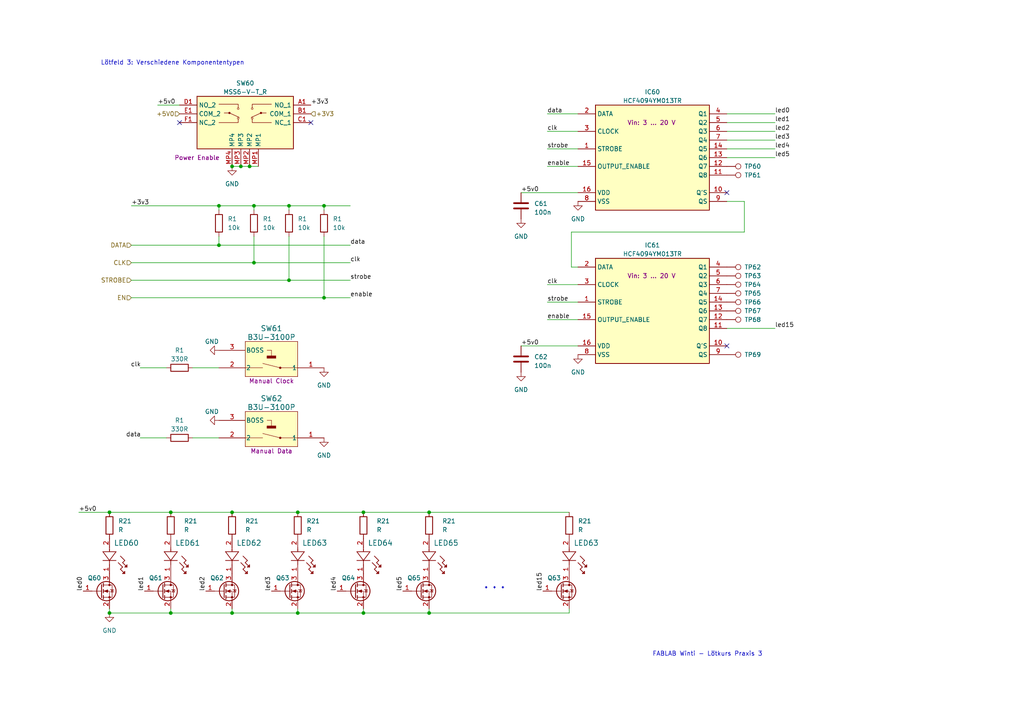
<source format=kicad_sch>
(kicad_sch (version 20230121) (generator eeschema)
  (paper "A4")
  (lib_symbols
    (symbol "B3U-3100P_1" (pin_names (offset 0.254))
      (property "Reference" "SW" (at 15.24 12.446 0))
      (property "Value" "B3U-3100P" (at 15.24 10.16 0))
      (symbol "B3U-3100P_1_0_1"
        (polyline (pts (xy 7.62 0) (xy 12.7 0)) (stroke (width 0.127)))
        (polyline (pts (xy 12.7 0) (xy 17.78 1.27)) (stroke (width 0.127)))
        (polyline (pts (xy 13.97 2.794) (xy 13.97 3.429)) (stroke (width 0.127)))
        (polyline (pts (xy 13.97 3.429) (xy 16.51 3.429)) (stroke (width 0.127)))
        (polyline (pts (xy 15.24 5.08) (xy 15.24 3.302)) (stroke (width 0.127)))
        (polyline (pts (xy 15.24 5.08) (xy 16.51 5.08)) (stroke (width 0.127)))
        (polyline (pts (xy 16.51 2.794) (xy 13.97 2.794)) (stroke (width 0.127)))
        (polyline (pts (xy 16.51 3.429) (xy 16.51 2.794)) (stroke (width 0.127)))
        (polyline (pts (xy 17.78 0) (xy 22.86 0)) (stroke (width 0.127)))
        (polyline (pts (xy 13.97 3.429) (xy 16.51 3.429) (xy 16.51 2.794) (xy 13.97 2.794)) (fill (type outline)))
        (pin unspecified line (at 0 0 0) (length 7.62) (name "1") (number "1"))
      )
      (symbol "B3U-3100P_1_1_1"
        (rectangle (start 7.62 7.62) (end 22.86 -2.54) (fill (type background)))
        (circle (center 12.7 0) (radius 0.254) (fill (type outline)))
        (pin unspecified line (at 30.48 0 180) (length 7.62) (name "2") (number "2"))
        (pin free line (at 30.48 5.08 180) (length 7.62) (name "BOSS") (number "3"))
      )
    )
    (symbol "Connector:TestPoint" (pin_numbers hide) (pin_names (offset 0.762) hide)
      (property "Reference" "TP" (at 0 6.858 0))
      (property "Value" "TestPoint" (at 0 5.08 0))
      (symbol "TestPoint_0_1"
        (circle (center 0 3.302) (radius 0.762))
      )
      (symbol "TestPoint_1_1"
        (pin passive line (at 0 0 90) (length 2.54) (name "1") (number "1"))
      )
    )
    (symbol "Device:C" (pin_numbers hide) (pin_names (offset 0.254))
      (property "Reference" "C" (at 0.635 2.54 0))
      (property "Value" "C" (at 0.635 -2.54 0))
      (symbol "C_0_1"
        (polyline (pts (xy -2.032 -0.762) (xy 2.032 -0.762)) (stroke (width 0.508)))
        (polyline (pts (xy -2.032 0.762) (xy 2.032 0.762)) (stroke (width 0.508)))
      )
      (symbol "C_1_1"
        (pin passive line (at 0 3.81 270) (length 2.794) (name "~") (number "1"))
        (pin passive line (at 0 -3.81 90) (length 2.794) (name "~") (number "2"))
      )
    )
    (symbol "Device:R" (pin_numbers hide) (pin_names (offset 0))
      (property "Reference" "R" (at 2.032 0 90))
      (property "Value" "R" (at 0 0 90))
      (symbol "R_0_1"
        (rectangle (start -1.016 -2.54) (end 1.016 2.54) (stroke (width 0.254)))
      )
      (symbol "R_1_1"
        (pin passive line (at 0 3.81 270) (length 1.27) (name "~") (number "1"))
        (pin passive line (at 0 -3.81 90) (length 1.27) (name "~") (number "2"))
      )
    )
    (symbol "FabLabWintiLibrary:SML-LX1206SIC-TR" (pin_names (offset 0.254))
      (property "Reference" "LED" (at 5.08 -4.445 0))
      (property "Value" "SML-LX1206SIC-TR" (at 5.08 -7.62 0))
      (symbol "SML-LX1206SIC-TR_1_1"
        (polyline (pts (xy 2.54 0) (xy 3.4798 0)) (stroke (width 0.2032)))
        (polyline (pts (xy 3.175 0) (xy 3.81 0)) (stroke (width 0.2032)))
        (polyline (pts (xy 3.81 -1.905) (xy 6.35 0)) (stroke (width 0.2032)))
        (polyline (pts (xy 3.81 1.905) (xy 3.81 -1.905)) (stroke (width 0.2032)))
        (polyline (pts (xy 5.08 3.175) (xy 6.35 4.445)) (stroke (width 0.2032)))
        (polyline (pts (xy 6.35 -1.905) (xy 6.35 1.905)) (stroke (width 0.2032)))
        (polyline (pts (xy 6.35 0) (xy 3.81 1.905)) (stroke (width 0.2032)))
        (polyline (pts (xy 6.35 0) (xy 7.62 0)) (stroke (width 0.2032)))
        (polyline (pts (xy 6.35 4.445) (xy 6.985 3.81)) (stroke (width 0.2032)))
        (polyline (pts (xy 6.985 2.54) (xy 8.255 3.81)) (stroke (width 0.2032)))
        (polyline (pts (xy 6.985 3.81) (xy 8.255 5.08)) (stroke (width 0.2032)))
        (polyline (pts (xy 7.62 5.08) (xy 8.255 4.445)) (stroke (width 0.2032)))
        (polyline (pts (xy 8.255 3.81) (xy 8.89 3.175)) (stroke (width 0.2032)))
        (polyline (pts (xy 8.255 4.445) (xy 8.255 5.08)) (stroke (width 0.2032)))
        (polyline (pts (xy 8.255 5.08) (xy 7.62 5.08)) (stroke (width 0.2032)))
        (polyline (pts (xy 8.89 3.175) (xy 10.16 4.445)) (stroke (width 0.2032)))
        (polyline (pts (xy 9.525 4.445) (xy 10.16 3.81)) (stroke (width 0.2032)))
        (polyline (pts (xy 10.16 3.81) (xy 10.16 4.445)) (stroke (width 0.2032)))
        (polyline (pts (xy 10.16 4.445) (xy 9.525 4.445)) (stroke (width 0.2032)))
        (pin unspecified line (at 10.16 0 180) (length 2.54) (name "") (number "1"))
        (pin unspecified line (at 0 0 0) (length 2.54) (name "") (number "2"))
      )
      (symbol "SML-LX1206SIC-TR_1_2"
        (polyline (pts (xy -5.08 7.62) (xy -4.445 8.255)) (stroke (width 0.2032)))
        (polyline (pts (xy -5.08 8.255) (xy -5.08 7.62)) (stroke (width 0.2032)))
        (polyline (pts (xy -4.445 6.35) (xy -3.81 6.985)) (stroke (width 0.2032)))
        (polyline (pts (xy -4.445 8.255) (xy -5.08 8.255)) (stroke (width 0.2032)))
        (polyline (pts (xy -4.445 9.525) (xy -3.81 10.16)) (stroke (width 0.2032)))
        (polyline (pts (xy -4.445 10.16) (xy -4.445 9.525)) (stroke (width 0.2032)))
        (polyline (pts (xy -3.81 6.985) (xy -5.08 8.255)) (stroke (width 0.2032)))
        (polyline (pts (xy -3.81 8.255) (xy -3.175 8.89)) (stroke (width 0.2032)))
        (polyline (pts (xy -3.81 10.16) (xy -4.445 10.16)) (stroke (width 0.2032)))
        (polyline (pts (xy -3.175 5.08) (xy -4.445 6.35)) (stroke (width 0.2032)))
        (polyline (pts (xy -3.175 8.89) (xy -4.445 10.16)) (stroke (width 0.2032)))
        (polyline (pts (xy -2.54 6.985) (xy -3.81 8.255)) (stroke (width 0.2032)))
        (polyline (pts (xy -1.905 3.81) (xy 1.905 3.81)) (stroke (width 0.2032)))
        (polyline (pts (xy 0 2.54) (xy 0 3.4798)) (stroke (width 0.2032)))
        (polyline (pts (xy 0 3.175) (xy 0 3.81)) (stroke (width 0.2032)))
        (polyline (pts (xy 0 6.35) (xy -1.905 3.81)) (stroke (width 0.2032)))
        (polyline (pts (xy 0 6.35) (xy 0 7.62)) (stroke (width 0.2032)))
        (polyline (pts (xy 1.905 3.81) (xy 0 6.35)) (stroke (width 0.2032)))
        (polyline (pts (xy 1.905 6.35) (xy -1.905 6.35)) (stroke (width 0.2032)))
        (pin unspecified line (at 0 10.16 270) (length 2.54) (name "") (number "1"))
        (pin unspecified line (at 0 0 90) (length 2.54) (name "") (number "2"))
      )
    )
    (symbol "HCF4094YM013TR_1"
      (property "Reference" "IC" (at 4.826 7.62 0))
      (property "Value" "HCF4094YM013TR" (at 4.826 5.334 0))
      (property "Voltage" "Vin: 3 ... 20 V" (at 21.336 -2.54 0))
      (symbol "HCF4094YM013TR_1_1_1"
        (rectangle (start 5.08 2.54) (end 38.1 -27.94) (stroke (width 0.254)) (fill (type background)))
        (pin input line (at 0 -10.16 0) (length 5.08) (name "STROBE") (number "1"))
        (pin output line (at 43.18 -22.86 180) (length 5.08) (name "Q'S") (number "10"))
        (pin output line (at 43.18 -17.78 180) (length 5.08) (name "Q8") (number "11"))
        (pin output line (at 43.18 -15.24 180) (length 5.08) (name "Q7") (number "12"))
        (pin output line (at 43.18 -12.7 180) (length 5.08) (name "Q6") (number "13"))
        (pin output line (at 43.18 -10.16 180) (length 5.08) (name "Q5") (number "14"))
        (pin input line (at 0 -15.24 0) (length 5.08) (name "OUTPUT_ENABLE") (number "15"))
        (pin power_in line (at 0 -22.86 0) (length 5.08) (name "VDD") (number "16"))
        (pin input line (at 0 0 0) (length 5.08) (name "DATA") (number "2"))
        (pin input line (at 0 -5.08 0) (length 5.08) (name "CLOCK") (number "3"))
        (pin output line (at 43.18 0 180) (length 5.08) (name "Q1") (number "4"))
        (pin output line (at 43.18 -2.54 180) (length 5.08) (name "Q2") (number "5"))
        (pin output line (at 43.18 -5.08 180) (length 5.08) (name "Q3") (number "6"))
        (pin output line (at 43.18 -7.62 180) (length 5.08) (name "Q4") (number "7"))
        (pin passive line (at 0 -25.4 0) (length 5.08) (name "VSS") (number "8"))
        (pin output line (at 43.18 -25.4 180) (length 5.08) (name "QS") (number "9"))
      )
    )
    (symbol "NiksKiCadLibrary:B3U-3100P" (pin_names (offset 0.254))
      (property "Reference" "SW" (at 15.24 12.446 0))
      (property "Value" "B3U-3100P" (at 15.24 10.16 0))
      (symbol "B3U-3100P_0_1"
        (polyline (pts (xy 7.62 0) (xy 12.7 0)) (stroke (width 0.127)))
        (polyline (pts (xy 12.7 0) (xy 17.78 1.27)) (stroke (width 0.127)))
        (polyline (pts (xy 13.97 2.794) (xy 13.97 3.429)) (stroke (width 0.127)))
        (polyline (pts (xy 13.97 3.429) (xy 16.51 3.429)) (stroke (width 0.127)))
        (polyline (pts (xy 15.24 5.08) (xy 15.24 3.302)) (stroke (width 0.127)))
        (polyline (pts (xy 15.24 5.08) (xy 16.51 5.08)) (stroke (width 0.127)))
        (polyline (pts (xy 16.51 2.794) (xy 13.97 2.794)) (stroke (width 0.127)))
        (polyline (pts (xy 16.51 3.429) (xy 16.51 2.794)) (stroke (width 0.127)))
        (polyline (pts (xy 17.78 0) (xy 22.86 0)) (stroke (width 0.127)))
        (polyline (pts (xy 13.97 3.429) (xy 16.51 3.429) (xy 16.51 2.794) (xy 13.97 2.794)) (fill (type outline)))
        (pin unspecified line (at 0 0 0) (length 7.62) (name "1") (number "1"))
      )
      (symbol "B3U-3100P_1_1"
        (rectangle (start 7.62 7.62) (end 22.86 -2.54) (fill (type background)))
        (circle (center 12.7 0) (radius 0.254) (fill (type outline)))
        (pin unspecified line (at 30.48 0 180) (length 7.62) (name "2") (number "2"))
        (pin free line (at 30.48 5.08 180) (length 7.62) (name "BOSS") (number "3"))
      )
    )
    (symbol "NiksKiCadLibrary:HCF4094YM013TR"
      (property "Reference" "IC" (at 4.826 7.62 0))
      (property "Value" "HCF4094YM013TR" (at 4.826 5.334 0))
      (property "Voltage" "Vin: 3 ... 20 V" (at 21.336 -2.54 0))
      (symbol "HCF4094YM013TR_1_1"
        (rectangle (start 5.08 2.54) (end 38.1 -27.94) (stroke (width 0.254)) (fill (type background)))
        (pin input line (at 0 -10.16 0) (length 5.08) (name "STROBE") (number "1"))
        (pin output line (at 43.18 -22.86 180) (length 5.08) (name "Q'S") (number "10"))
        (pin output line (at 43.18 -17.78 180) (length 5.08) (name "Q8") (number "11"))
        (pin output line (at 43.18 -15.24 180) (length 5.08) (name "Q7") (number "12"))
        (pin output line (at 43.18 -12.7 180) (length 5.08) (name "Q6") (number "13"))
        (pin output line (at 43.18 -10.16 180) (length 5.08) (name "Q5") (number "14"))
        (pin input line (at 0 -15.24 0) (length 5.08) (name "OUTPUT_ENABLE") (number "15"))
        (pin power_in line (at 0 -22.86 0) (length 5.08) (name "VDD") (number "16"))
        (pin input line (at 0 0 0) (length 5.08) (name "DATA") (number "2"))
        (pin input line (at 0 -5.08 0) (length 5.08) (name "CLOCK") (number "3"))
        (pin output line (at 43.18 0 180) (length 5.08) (name "Q1") (number "4"))
        (pin output line (at 43.18 -2.54 180) (length 5.08) (name "Q2") (number "5"))
        (pin output line (at 43.18 -5.08 180) (length 5.08) (name "Q3") (number "6"))
        (pin output line (at 43.18 -7.62 180) (length 5.08) (name "Q4") (number "7"))
        (pin passive line (at 0 -25.4 0) (length 5.08) (name "VSS") (number "8"))
        (pin output line (at 43.18 -25.4 180) (length 5.08) (name "QS") (number "9"))
      )
    )
    (symbol "NiksKiCadLibrary:MSS6-V-T_R"
      (property "Reference" "S" (at 5.334 4.826 0))
      (property "Value" "MSS6-V-T_R" (at 5.334 7.112 0))
      (symbol "MSS6-V-T_R_0_1"
        (polyline (pts (xy 14.478 -2.286) (xy 17.272 -3.556)))
        (polyline (pts (xy 23.622 -2.286) (xy 20.828 -3.556)))
        (polyline (pts (xy 11.43 -5.08) (xy 17.018 -5.08) (xy 17.018 -4.064)))
        (polyline (pts (xy 11.43 0.254) (xy 17.018 0.254) (xy 17.018 -0.762)))
        (polyline (pts (xy 12.954 -2.286) (xy 14.224 -2.286) (xy 14.224 -2.286)))
        (polyline (pts (xy 25.146 -2.286) (xy 23.876 -2.286) (xy 23.876 -2.286)))
        (polyline (pts (xy 26.67 -5.08) (xy 21.082 -5.08) (xy 21.082 -4.064)))
        (polyline (pts (xy 26.67 0.254) (xy 21.082 0.254) (xy 21.082 -0.762)))
        (circle (center 17.018 -3.81) (radius 0.254) (stroke (width 0.127)))
        (circle (center 17.018 -1.016) (radius 0.254) (stroke (width 0.127)))
        (circle (center 21.082 -3.81) (radius 0.254) (stroke (width 0.127)))
        (circle (center 21.082 -1.016) (radius 0.254) (stroke (width 0.127)))
      )
      (symbol "MSS6-V-T_R_1_1"
        (rectangle (start 5.08 2.54) (end 33.02 -12.7) (stroke (width 0.254)) (fill (type background)))
        (circle (center 14.478 -2.286) (radius 0.254) (stroke (width 0.127)) (fill (type outline)))
        (circle (center 23.622 -2.286) (radius 0.254) (stroke (width 0.127)) (fill (type outline)))
        (pin passive line (at 38.1 0 180) (length 5.08) (name "NO_1") (number "A1"))
        (pin passive line (at 38.1 -2.54 180) (length 5.08) (name "COM_1") (number "B1"))
        (pin passive line (at 38.1 -5.08 180) (length 5.08) (name "NC_1") (number "C1"))
        (pin passive line (at 0 0 0) (length 5.08) (name "NO_2") (number "D1"))
        (pin passive line (at 0 -2.54 0) (length 5.08) (name "COM_2") (number "E1"))
        (pin passive line (at 0 -5.08 0) (length 5.08) (name "NC_2") (number "F1"))
        (pin passive line (at 22.86 -17.78 90) (length 5.08) (name "MP1") (number "MP1"))
        (pin passive line (at 20.32 -17.78 90) (length 5.08) (name "MP2") (number "MP2"))
        (pin passive line (at 17.78 -17.78 90) (length 5.08) (name "MP3") (number "MP3"))
        (pin passive line (at 15.24 -17.78 90) (length 5.08) (name "MP4") (number "MP4"))
      )
    )
    (symbol "Transistor_FET:2N7002" (pin_names hide)
      (property "Reference" "Q" (at 5.08 1.905 0))
      (property "Value" "2N7002" (at 5.08 0 0))
      (symbol "2N7002_0_1"
        (polyline (pts (xy 0.254 0) (xy -2.54 0)))
        (polyline (pts (xy 0.254 1.905) (xy 0.254 -1.905)) (stroke (width 0.254)))
        (polyline (pts (xy 0.762 -1.27) (xy 0.762 -2.286)) (stroke (width 0.254)))
        (polyline (pts (xy 0.762 0.508) (xy 0.762 -0.508)) (stroke (width 0.254)))
        (polyline (pts (xy 0.762 2.286) (xy 0.762 1.27)) (stroke (width 0.254)))
        (polyline (pts (xy 2.54 2.54) (xy 2.54 1.778)))
        (polyline (pts (xy 2.54 -2.54) (xy 2.54 0) (xy 0.762 0)))
        (polyline (pts (xy 0.762 -1.778) (xy 3.302 -1.778) (xy 3.302 1.778) (xy 0.762 1.778)))
        (polyline (pts (xy 1.016 0) (xy 2.032 0.381) (xy 2.032 -0.381) (xy 1.016 0)) (fill (type outline)))
        (polyline (pts (xy 2.794 0.508) (xy 2.921 0.381) (xy 3.683 0.381) (xy 3.81 0.254)))
        (polyline (pts (xy 3.302 0.381) (xy 2.921 -0.254) (xy 3.683 -0.254) (xy 3.302 0.381)))
        (circle (center 1.651 0) (radius 2.794) (stroke (width 0.254)))
        (circle (center 2.54 -1.778) (radius 0.254) (fill (type outline)))
        (circle (center 2.54 1.778) (radius 0.254) (fill (type outline)))
      )
      (symbol "2N7002_1_1"
        (pin input line (at -5.08 0 0) (length 2.54) (name "G") (number "1"))
        (pin passive line (at 2.54 -5.08 90) (length 2.54) (name "S") (number "2"))
        (pin passive line (at 2.54 5.08 270) (length 2.54) (name "D") (number "3"))
      )
    )
    (symbol "power:GND" (power) (pin_names (offset 0))
      (property "Value" "GND" (at 0 -3.81 0))
      (symbol "GND_0_1"
        (polyline (pts (xy 0 0) (xy 0 -1.27) (xy 1.27 -1.27) (xy 0 -2.54) (xy -1.27 -1.27) (xy 0 -1.27)))
      )
      (symbol "GND_1_1"
        (pin power_in line (at 0 0 270) (length 0) hide (name "GND") (number "1"))
      )
    )
  )
  (junction (at 49.53 148.59))
  (junction (at 67.31 177.8))
  (junction (at 124.46 148.59))
  (junction (at 73.66 76.2))
  (junction (at 86.36 177.8))
  (junction (at 105.41 177.8))
  (junction (at 67.31 48.26))
  (junction (at 93.98 86.36))
  (junction (at 31.75 148.59))
  (junction (at 49.53 177.8))
  (junction (at 105.41 148.59))
  (junction (at 93.98 59.69))
  (junction (at 63.5 59.69))
  (junction (at 69.85 48.26))
  (junction (at 83.82 81.28))
  (junction (at 86.36 148.59))
  (junction (at 31.75 177.8))
  (junction (at 83.82 59.69))
  (junction (at 63.5 71.12))
  (junction (at 124.46 177.8))
  (junction (at 67.31 148.59))
  (junction (at 72.39 48.26))
  (junction (at 73.66 59.69))
  (no_connect (at 210.82 100.33))
  (no_connect (at 52.07 35.56))
  (no_connect (at 90.17 35.56))
  (no_connect (at 210.82 55.88))
  (wire (pts (xy 38.1 86.36) (xy 93.98 86.36)))
  (wire (pts (xy 67.31 148.59) (xy 86.36 148.59)))
  (wire (pts (xy 124.46 177.8) (xy 124.46 176.53)))
  (wire (pts (xy 63.5 71.12) (xy 101.6 71.12)))
  (wire (pts (xy 38.1 59.69) (xy 63.5 59.69)))
  (wire (pts (xy 210.82 58.42) (xy 215.9 58.42)))
  (wire (pts (xy 67.31 177.8) (xy 67.31 176.53)))
  (wire (pts (xy 31.75 177.8) (xy 31.75 176.53)))
  (wire (pts (xy 105.41 177.8) (xy 105.41 176.53)))
  (wire (pts (xy 93.98 59.69) (xy 101.6 59.69)))
  (wire (pts (xy 165.735 67.31) (xy 165.735 77.47)))
  (wire (pts (xy 49.53 148.59) (xy 31.75 148.59)))
  (wire (pts (xy 86.36 177.8) (xy 105.41 177.8)))
  (wire (pts (xy 83.82 59.69) (xy 83.82 60.96)))
  (wire (pts (xy 45.72 30.48) (xy 52.07 30.48)))
  (wire (pts (xy 73.66 59.69) (xy 83.82 59.69)))
  (wire (pts (xy 124.46 177.8) (xy 165.1 177.8)))
  (wire (pts (xy 31.75 177.8) (xy 49.53 177.8)))
  (wire (pts (xy 224.79 33.02) (xy 210.82 33.02)))
  (wire (pts (xy 165.735 77.47) (xy 167.64 77.47)))
  (wire (pts (xy 167.64 33.02) (xy 158.75 33.02)))
  (wire (pts (xy 63.5 106.68) (xy 55.88 106.68)))
  (wire (pts (xy 72.39 48.26) (xy 74.93 48.26)))
  (wire (pts (xy 224.79 38.1) (xy 210.82 38.1)))
  (wire (pts (xy 22.86 148.59) (xy 31.75 148.59)))
  (wire (pts (xy 165.1 177.8) (xy 165.1 176.53)))
  (wire (pts (xy 224.79 45.72) (xy 210.82 45.72)))
  (wire (pts (xy 158.75 92.71) (xy 167.64 92.71)))
  (wire (pts (xy 73.66 59.69) (xy 73.66 60.96)))
  (wire (pts (xy 105.41 148.59) (xy 124.46 148.59)))
  (wire (pts (xy 151.13 100.33) (xy 167.64 100.33)))
  (wire (pts (xy 49.53 177.8) (xy 67.31 177.8)))
  (wire (pts (xy 93.98 86.36) (xy 101.6 86.36)))
  (wire (pts (xy 49.53 177.8) (xy 49.53 176.53)))
  (wire (pts (xy 93.98 59.69) (xy 93.98 60.96)))
  (wire (pts (xy 48.26 127) (xy 40.64 127)))
  (wire (pts (xy 165.1 148.59) (xy 124.46 148.59)))
  (wire (pts (xy 224.79 35.56) (xy 210.82 35.56)))
  (wire (pts (xy 210.82 95.25) (xy 224.79 95.25)))
  (wire (pts (xy 224.79 40.64) (xy 210.82 40.64)))
  (wire (pts (xy 83.82 81.28) (xy 101.6 81.28)))
  (wire (pts (xy 158.75 87.63) (xy 167.64 87.63)))
  (wire (pts (xy 73.66 68.58) (xy 73.66 76.2)))
  (wire (pts (xy 83.82 59.69) (xy 93.98 59.69)))
  (wire (pts (xy 73.66 76.2) (xy 101.6 76.2)))
  (wire (pts (xy 86.36 148.59) (xy 105.41 148.59)))
  (wire (pts (xy 215.9 67.31) (xy 165.735 67.31)))
  (wire (pts (xy 86.36 177.8) (xy 86.36 176.53)))
  (wire (pts (xy 69.85 48.26) (xy 72.39 48.26)))
  (wire (pts (xy 151.13 55.88) (xy 167.64 55.88)))
  (wire (pts (xy 63.5 59.69) (xy 63.5 60.96)))
  (wire (pts (xy 63.5 68.58) (xy 63.5 71.12)))
  (wire (pts (xy 158.75 38.1) (xy 167.64 38.1)))
  (wire (pts (xy 63.5 59.69) (xy 73.66 59.69)))
  (wire (pts (xy 67.31 48.26) (xy 69.85 48.26)))
  (wire (pts (xy 38.1 81.28) (xy 83.82 81.28)))
  (wire (pts (xy 215.9 58.42) (xy 215.9 67.31)))
  (wire (pts (xy 224.79 43.18) (xy 210.82 43.18)))
  (wire (pts (xy 48.26 106.68) (xy 40.64 106.68)))
  (wire (pts (xy 158.75 82.55) (xy 167.64 82.55)))
  (wire (pts (xy 38.1 71.12) (xy 63.5 71.12)))
  (wire (pts (xy 158.75 48.26) (xy 167.64 48.26)))
  (wire (pts (xy 63.5 127) (xy 55.88 127)))
  (wire (pts (xy 38.1 76.2) (xy 73.66 76.2)))
  (wire (pts (xy 105.41 177.8) (xy 124.46 177.8)))
  (wire (pts (xy 83.82 68.58) (xy 83.82 81.28)))
  (wire (pts (xy 158.75 43.18) (xy 167.64 43.18)))
  (wire (pts (xy 93.98 68.58) (xy 93.98 86.36)))
  (wire (pts (xy 67.31 177.8) (xy 86.36 177.8)))
  (wire (pts (xy 49.53 148.59) (xy 67.31 148.59)))
  (text "FABLAB Winti - Lötkurs Praxis 3" (at 189.23 190.5 0) (effects (font (size 1.27 1.27)) (justify left bottom)))
  (text "Lötfeld 3: Verschiedene Komponententypen" (at 29.21 19.05 0) (effects (font (size 1.27 1.27)) (justify left bottom)))
  (text "..." (at 139.7 171.45 0) (effects (font (size 5.08 5.08)) (justify left bottom)))
  (label "clk" (at 101.6 76.2 0))
  (label "led1" (at 41.91 171.45 90))
  (label "clk" (at 40.894 106.68 180))
  (label "+3v3" (at 38.1 59.69 0))
  (label "strobe" (at 158.75 43.18 0))
  (label "+5v0" (at 45.72 30.48 0))
  (label "led2" (at 59.69 171.45 90))
  (label "led15" (at 224.79 95.25 0))
  (label "led3" (at 224.79 40.64 0))
  (label "clk" (at 158.75 82.55 0))
  (label "data" (at 101.6 71.12 0))
  (label "+5v0" (at 22.86 148.59 0))
  (label "+5v0" (at 151.13 55.88 0))
  (label "led3" (at 78.74 171.45 90))
  (label "led4" (at 97.79 171.45 90))
  (label "led4" (at 224.79 43.18 0))
  (label "data" (at 40.894 127 180))
  (label "enable" (at 158.75 48.26 0))
  (label "led15" (at 157.48 171.45 90))
  (label "led1" (at 224.79 35.56 0))
  (label "clk" (at 158.75 38.1 0))
  (label "led5" (at 116.84 171.45 90))
  (label "+3v3" (at 90.17 30.48 0))
  (label "data" (at 158.75 33.02 0))
  (label "enable" (at 158.75 92.71 0))
  (label "led5" (at 224.79 45.72 0))
  (label "led0" (at 24.13 171.45 90))
  (label "led0" (at 224.79 33.02 0))
  (label "+5v0" (at 151.13 100.33 0))
  (label "strobe" (at 101.6 81.28 0))
  (label "led2" (at 224.79 38.1 0))
  (label "strobe" (at 158.75 87.63 0))
  (label "enable" (at 101.6 86.36 0))
  (hierarchical_label "STROBE" (shape input) (at 38.1 81.28 180))
  (hierarchical_label "DATA" (shape input) (at 38.1 71.12 180))
  (hierarchical_label "+5V0" (shape input) (at 52.07 33.02 180))
  (hierarchical_label "+3V3" (shape input) (at 90.17 33.02 0))
  (hierarchical_label "CLK" (shape input) (at 38.1 76.2 180))
  (hierarchical_label "EN" (shape input) (at 38.1 86.36 180))
  (symbol (lib_id "power:GND") (at 167.64 58.42 0) (unit 1)
    (property "Reference" "#PWR072" (effects hide))
    (property "Value" "GND" (at 167.64 63.5 0))
  )
  (symbol (lib_name "HCF4094YM013TR_1") (lib_id "NiksKiCadLibrary:HCF4094YM013TR") (at 167.64 33.02 0) (unit 1)
    (property "Reference" "IC60" (at 189.23 26.67 0))
    (property "Value" "HCF4094YM013TR" (at 189.23 29.21 0))
    (property "Footprint" "NiksKiCadLibrary:SOIC-16-SOIC127P600X175-16N" (effects hide))
    (property "Datasheet" "http://www.st.com/st-web-ui/static/active/en/resource/technical/document/datasheet/CD00000399.pdf" (effects hide))
    (property "Height" "1.75" (effects hide))
    (property "Mouser Part Number" "511-HCF4094YM013TR" (effects hide))
    (property "Mouser Price/Stock" "https://www.mouser.co.uk/ProductDetail/STMicroelectronics/HCF4094YM013TR?qs=wkiPY8TIIKfZLRSu0KejOg%3D%3D" (effects hide))
    (property "Manufacturer_Name" "STMicroelectronics" (effects hide))
    (property "Manufacturer_Part_Number" "HCF4094YM013TR" (effects hide))
    (property "Voltage" "Vin: 3 ... 20 V" (at 188.976 35.56 0))
  )
  (symbol (lib_id "Connector:TestPoint") (at 210.82 77.47 270) (unit 1)
    (property "Reference" "TP62" (at 215.9 77.47 90) (effects (justify left)))
    (property "Value" "TestPoint" (effects hide))
    (property "Footprint" "NiksKiCadLibrary:TestPointSimpleSMD" (effects hide))
  )
  (symbol (lib_id "Device:R") (at 31.75 152.4 0) (unit 1)
    (property "Reference" "R21" (at 34.29 151.13 0) (effects (justify left)))
    (property "Value" "R" (at 34.29 153.67 0) (effects (justify left)))
    (property "Footprint" "Resistor_SMD:R_1206_3216Metric" (effects hide))
    (instances (project "FLW_EkGk_Handlöten_PCB1" (path "" (reference "R21") (unit 1)) (path "" (reference "R60") (unit 1)) (path "" (reference "R67") (unit 1))))
  )
  (symbol (lib_id "FabLabWintiLibrary:SML-LX1206SIC-TR") (at 86.36 156.21 270) (unit 1)
    (property "Reference" "LED63" (at 87.63 157.48 90) (effects (font (size 1.524 1.524)) (justify left)))
    (property "Value" "SML-LX1206SIC-TR" (effects hide))
    (property "Footprint" "FabLabWintiLibrary:LED_SML-LX1206SIC-TR_LUM" (effects hide))
    (property "Datasheet" "SML-LX1206SIC-TR" (effects hide))
    (instances (project "FLW_EkGk_Handlöten_PCB1" (path "" (reference "LED63") (unit 1)) (path "" (reference "LED72") (unit 1))))
  )
  (symbol (lib_id "NiksKiCadLibrary:MSS6-V-T_R") (at 52.07 30.48 0) (unit 1)
    (property "Reference" "SW60" (at 71.12 24.13 0))
    (property "Value" "MSS6-V-T_R" (at 71.12 26.67 0))
    (property "Footprint" "NiksKiCadLibrary:MSS6VTR" (effects hide))
    (property "Datasheet" "http://www.dip.com.tw/en/en-product-information/en-switch005/item/download/2644_d484074ddae8110c965b39aa743c4160" (effects hide))
    (property "Height" "2.9" (effects hide))
    (property "Mouser Part Number" "113-MSS6-V-T/R" (effects hide))
    (property "Mouser Price/Stock" "https://www.mouser.co.uk/ProductDetail/Diptronics/MSS6-V-T-R?qs=gTYE2QTfZfT81btvsnXi7w%3D%3D" (effects hide))
    (property "Manufacturer_Name" "Diptronics" (effects hide))
    (property "Manufacturer_Part_Number" "MSS6-V-T/R" (effects hide))
    (property "Function" "Power Enable" (at 57.15 45.72 0))
  )
  (symbol (lib_id "Transistor_FET:2N7002") (at 102.87 171.45 0) (unit 1)
    (property "Reference" "Q64" (at 99.06 167.64 0) (effects (justify left)))
    (property "Value" "2N7002" (effects hide))
    (property "Footprint" "Package_TO_SOT_SMD:SOT-23" (effects hide))
    (property "Datasheet" "https://www.onsemi.com/pub/Collateral/NDS7002A-D.PDF" (effects hide))
    (instances (project "FLW_EkGk_Handlöten_PCB1" (path "" (reference "Q64") (unit 1)) (path "" (reference "Q70") (unit 1))))
  )
  (symbol (lib_id "Connector:TestPoint") (at 210.82 92.71 270) (unit 1)
    (property "Reference" "TP68" (at 215.9 92.71 90) (effects (justify left)))
    (property "Value" "TestPoint" (effects hide))
    (property "Footprint" "NiksKiCadLibrary:TestPointSimpleSMD" (effects hide))
  )
  (symbol (lib_id "Connector:TestPoint") (at 210.82 102.87 270) (unit 1)
    (property "Reference" "TP69" (at 215.9 102.87 90) (effects (justify left)))
    (property "Value" "TestPoint" (effects hide))
    (property "Footprint" "NiksKiCadLibrary:TestPointSimpleSMD" (effects hide))
  )
  (symbol (lib_id "power:GND") (at 167.64 102.87 0) (unit 1)
    (property "Reference" "#PWR073" (effects hide))
    (property "Value" "GND" (at 167.64 107.95 0))
  )
  (symbol (lib_id "Device:R") (at 86.36 152.4 0) (unit 1)
    (property "Reference" "R21" (at 88.9 151.13 0) (effects (justify left)))
    (property "Value" "R" (at 88.9 153.67 0) (effects (justify left)))
    (property "Footprint" "Resistor_SMD:R_1206_3216Metric" (effects hide))
    (instances (project "FLW_EkGk_Handlöten_PCB1" (path "" (reference "R21") (unit 1)) (path "" (reference "R63") (unit 1)) (path "" (reference "R70") (unit 1))))
  )
  (symbol (lib_id "power:GND") (at 67.31 48.26 0) (unit 1)
    (property "Reference" "#PWR078" (effects hide))
    (property "Value" "GND" (at 67.31 53.34 0))
  )
  (symbol (lib_id "power:GND") (at 151.13 107.95 0) (unit 1)
    (property "Reference" "#PWR083" (effects hide))
    (property "Value" "GND" (at 151.13 113.03 0))
  )
  (symbol (lib_id "Device:C") (at 151.13 59.69 0) (unit 1)
    (property "Reference" "C61" (at 154.94 59.055 0) (effects (justify left)))
    (property "Value" "100n" (at 154.94 61.595 0) (effects (justify left)))
    (property "Footprint" "Capacitor_SMD:C_1206_3216Metric" (effects hide))
  )
  (symbol (lib_id "FabLabWintiLibrary:SML-LX1206SIC-TR") (at 124.46 156.21 270) (unit 1)
    (property "Reference" "LED65" (at 125.73 157.48 90) (effects (font (size 1.524 1.524)) (justify left)))
    (property "Value" "SML-LX1206SIC-TR" (effects hide))
    (property "Footprint" "FabLabWintiLibrary:LED_SML-LX1206SIC-TR_LUM" (effects hide))
    (property "Datasheet" "SML-LX1206SIC-TR" (effects hide))
    (instances (project "FLW_EkGk_Handlöten_PCB1" (path "" (reference "LED65") (unit 1)) (path "" (reference "LED74") (unit 1))))
  )
  (symbol (lib_id "power:GND") (at 63.5 101.6 270) (mirror x) (unit 1)
    (property "Reference" "#PWR070" (effects hide))
    (property "Value" "GND" (at 63.5 99.06 90) (effects (justify right)))
  )
  (symbol (lib_id "NiksKiCadLibrary:HCF4094YM013TR") (at 167.64 77.47 0) (unit 1)
    (property "Reference" "IC61" (at 189.23 71.12 0))
    (property "Value" "HCF4094YM013TR" (at 189.23 73.66 0))
    (property "Footprint" "NiksKiCadLibrary:SOIC-16-SOIC127P600X175-16N" (effects hide))
    (property "Datasheet" "http://www.st.com/st-web-ui/static/active/en/resource/technical/document/datasheet/CD00000399.pdf" (effects hide))
    (property "Height" "1.75" (effects hide))
    (property "Mouser Part Number" "511-HCF4094YM013TR" (effects hide))
    (property "Mouser Price/Stock" "https://www.mouser.co.uk/ProductDetail/STMicroelectronics/HCF4094YM013TR?qs=wkiPY8TIIKfZLRSu0KejOg%3D%3D" (effects hide))
    (property "Manufacturer_Name" "STMicroelectronics" (effects hide))
    (property "Manufacturer_Part_Number" "HCF4094YM013TR" (effects hide))
    (property "Voltage" "Vin: 3 ... 20 V" (at 188.976 80.01 0))
  )
  (symbol (lib_id "power:GND") (at 63.5 121.92 270) (mirror x) (unit 1)
    (property "Reference" "#PWR075" (effects hide))
    (property "Value" "GND" (at 63.5 119.38 90) (effects (justify right)))
  )
  (symbol (lib_id "Connector:TestPoint") (at 210.82 90.17 270) (unit 1)
    (property "Reference" "TP67" (at 215.9 90.17 90) (effects (justify left)))
    (property "Value" "TestPoint" (effects hide))
    (property "Footprint" "NiksKiCadLibrary:TestPointSimpleSMD" (effects hide))
  )
  (symbol (lib_id "Connector:TestPoint") (at 210.82 80.01 270) (unit 1)
    (property "Reference" "TP63" (at 215.9 80.01 90) (effects (justify left)))
    (property "Value" "TestPoint" (effects hide))
    (property "Footprint" "NiksKiCadLibrary:TestPointSimpleSMD" (effects hide))
  )
  (symbol (lib_id "Device:R") (at 73.66 64.77 0) (unit 1)
    (property "Reference" "R1" (at 76.2 63.5 0) (effects (justify left)))
    (property "Value" "10k" (at 76.2 66.04 0) (effects (justify left)))
    (property "Footprint" "Resistor_SMD:R_1206_3216Metric" (effects hide))
    (instances (project "FLW_EkGk_Handlöten_PCB1" (path "" (reference "R1") (unit 1)) (path "" (reference "R10") (unit 1)) (path "" (reference "R76") (unit 1))))
  )
  (symbol (lib_id "Device:R") (at 93.98 64.77 0) (unit 1)
    (property "Reference" "R1" (at 96.52 63.5 0) (effects (justify left)))
    (property "Value" "10k" (at 96.52 66.04 0) (effects (justify left)))
    (property "Footprint" "Resistor_SMD:R_1206_3216Metric" (effects hide))
    (instances (project "FLW_EkGk_Handlöten_PCB1" (path "" (reference "R1") (unit 1)) (path "" (reference "R10") (unit 1)) (path "" (reference "R78") (unit 1))))
  )
  (symbol (lib_id "Device:R") (at 105.41 152.4 0) (unit 1)
    (property "Reference" "R21" (at 109.22 151.13 0) (effects (justify left)))
    (property "Value" "R" (at 109.22 153.67 0) (effects (justify left)))
    (property "Footprint" "Resistor_SMD:R_1206_3216Metric" (effects hide))
    (instances (project "FLW_EkGk_Handlöten_PCB1" (path "" (reference "R21") (unit 1)) (path "" (reference "R64") (unit 1)) (path "" (reference "R71") (unit 1))))
  )
  (symbol (lib_id "Connector:TestPoint") (at 210.82 48.26 270) (unit 1)
    (property "Reference" "TP60" (at 215.9 48.26 90) (effects (justify left)))
    (property "Value" "TestPoint" (effects hide))
    (property "Footprint" "NiksKiCadLibrary:TestPointSimpleSMD" (effects hide))
  )
  (symbol (lib_id "Transistor_FET:2N7002") (at 64.77 171.45 0) (unit 1)
    (property "Reference" "Q62" (at 60.96 167.64 0) (effects (justify left)))
    (property "Value" "2N7002" (effects hide))
    (property "Footprint" "Package_TO_SOT_SMD:SOT-23" (effects hide))
    (property "Datasheet" "https://www.onsemi.com/pub/Collateral/NDS7002A-D.PDF" (effects hide))
    (instances (project "FLW_EkGk_Handlöten_PCB1" (path "" (reference "Q62") (unit 1)) (path "" (reference "Q68") (unit 1))))
  )
  (symbol (lib_id "Device:R") (at 52.07 106.68 270) (mirror x) (unit 1)
    (property "Reference" "R1" (at 52.07 101.6 90))
    (property "Value" "330R" (at 52.07 104.14 90))
    (property "Footprint" "Resistor_SMD:R_1206_3216Metric" (effects hide))
    (instances (project "FLW_EkGk_Handlöten_PCB1" (path "" (reference "R1") (unit 1)) (path "" (reference "R10") (unit 1)) (path "" (reference "R74") (unit 1))))
  )
  (symbol (lib_id "Transistor_FET:2N7002") (at 46.99 171.45 0) (unit 1)
    (property "Reference" "Q61" (at 43.18 167.64 0) (effects (justify left)))
    (property "Value" "2N7002" (effects hide))
    (property "Footprint" "Package_TO_SOT_SMD:SOT-23" (effects hide))
    (property "Datasheet" "https://www.onsemi.com/pub/Collateral/NDS7002A-D.PDF" (effects hide))
    (instances (project "FLW_EkGk_Handlöten_PCB1" (path "" (reference "Q61") (unit 1)) (path "" (reference "Q67") (unit 1))))
  )
  (symbol (lib_id "Device:R") (at 165.1 152.4 0) (unit 1)
    (property "Reference" "R21" (at 167.64 151.13 0) (effects (justify left)))
    (property "Value" "R" (at 167.64 153.67 0) (effects (justify left)))
    (property "Footprint" "Resistor_SMD:R_1206_3216Metric" (effects hide))
    (instances (project "FLW_EkGk_Handlöten_PCB1" (path "" (reference "R21") (unit 1)) (path "" (reference "R63") (unit 1)) (path "" (reference "R73") (unit 1))))
  )
  (symbol (lib_name "B3U-3100P_1") (lib_id "NiksKiCadLibrary:B3U-3100P") (at 93.98 106.68 0) (mirror y) (unit 1)
    (property "Reference" "SW61" (at 78.74 95.25 0) (effects (font (size 1.524 1.524))))
    (property "Value" "B3U-3100P" (at 78.74 97.79 0) (effects (font (size 1.524 1.524))))
    (property "Footprint" "SW_B3U-3100P_OMR" (effects hide))
    (property "Datasheet" "B3U-3100P" (effects hide))
    (property "Function" "Manual Clock" (at 78.74 110.49 0))
  )
  (symbol (lib_id "FabLabWintiLibrary:SML-LX1206SIC-TR") (at 105.41 156.21 270) (unit 1)
    (property "Reference" "LED64" (at 106.68 157.48 90) (effects (font (size 1.524 1.524)) (justify left)))
    (property "Value" "SML-LX1206SIC-TR" (effects hide))
    (property "Footprint" "FabLabWintiLibrary:LED_SML-LX1206SIC-TR_LUM" (effects hide))
    (property "Datasheet" "SML-LX1206SIC-TR" (effects hide))
    (instances (project "FLW_EkGk_Handlöten_PCB1" (path "" (reference "LED64") (unit 1)) (path "" (reference "LED73") (unit 1))))
  )
  (symbol (lib_id "Device:R") (at 83.82 64.77 0) (unit 1)
    (property "Reference" "R1" (at 86.36 63.5 0) (effects (justify left)))
    (property "Value" "10k" (at 86.36 66.04 0) (effects (justify left)))
    (property "Footprint" "Resistor_SMD:R_1206_3216Metric" (effects hide))
    (instances (project "FLW_EkGk_Handlöten_PCB1" (path "" (reference "R1") (unit 1)) (path "" (reference "R10") (unit 1)) (path "" (reference "R77") (unit 1))))
  )
  (symbol (lib_id "power:GND") (at 93.98 106.68 0) (mirror y) (unit 1)
    (property "Reference" "#PWR074" (effects hide))
    (property "Value" "GND" (at 93.98 111.76 0))
  )
  (symbol (lib_id "power:GND") (at 93.98 127 0) (mirror y) (unit 1)
    (property "Reference" "#PWR069" (effects hide))
    (property "Value" "GND" (at 93.98 132.08 0))
  )
  (symbol (lib_id "NiksKiCadLibrary:B3U-3100P") (at 93.98 127 0) (mirror y) (unit 1)
    (property "Reference" "SW62" (at 78.74 115.57 0) (effects (font (size 1.524 1.524))))
    (property "Value" "B3U-3100P" (at 78.74 118.11 0) (effects (font (size 1.524 1.524))))
    (property "Footprint" "SW_B3U-3100P_OMR" (effects hide))
    (property "Datasheet" "B3U-3100P" (effects hide))
    (property "Function" "Manual Data" (at 78.74 130.81 0))
  )
  (symbol (lib_id "Device:R") (at 49.53 152.4 0) (unit 1)
    (property "Reference" "R21" (at 53.34 151.13 0) (effects (justify left)))
    (property "Value" "R" (at 53.34 153.67 0) (effects (justify left)))
    (property "Footprint" "Resistor_SMD:R_1206_3216Metric" (effects hide))
    (instances (project "FLW_EkGk_Handlöten_PCB1" (path "" (reference "R21") (unit 1)) (path "" (reference "R61") (unit 1)) (path "" (reference "R68") (unit 1))))
  )
  (symbol (lib_id "Transistor_FET:2N7002") (at 29.21 171.45 0) (unit 1)
    (property "Reference" "Q60" (at 25.4 167.64 0) (effects (justify left)))
    (property "Value" "2N7002" (effects hide))
    (property "Footprint" "Package_TO_SOT_SMD:SOT-23" (effects hide))
    (property "Datasheet" "https://www.onsemi.com/pub/Collateral/NDS7002A-D.PDF" (effects hide))
    (instances (project "FLW_EkGk_Handlöten_PCB1" (path "" (reference "Q60") (unit 1)) (path "" (reference "Q66") (unit 1))))
  )
  (symbol (lib_id "Device:R") (at 67.31 152.4 0) (unit 1)
    (property "Reference" "R21" (at 71.12 151.13 0) (effects (justify left)))
    (property "Value" "R" (at 71.12 153.67 0) (effects (justify left)))
    (property "Footprint" "Resistor_SMD:R_1206_3216Metric" (effects hide))
    (instances (project "FLW_EkGk_Handlöten_PCB1" (path "" (reference "R21") (unit 1)) (path "" (reference "R62") (unit 1)) (path "" (reference "R69") (unit 1))))
  )
  (symbol (lib_id "FabLabWintiLibrary:SML-LX1206SIC-TR") (at 67.31 156.21 270) (unit 1)
    (property "Reference" "LED62" (at 68.58 157.48 90) (effects (font (size 1.524 1.524)) (justify left)))
    (property "Value" "SML-LX1206SIC-TR" (effects hide))
    (property "Footprint" "FabLabWintiLibrary:LED_SML-LX1206SIC-TR_LUM" (effects hide))
    (property "Datasheet" "SML-LX1206SIC-TR" (effects hide))
    (instances (project "FLW_EkGk_Handlöten_PCB1" (path "" (reference "LED62") (unit 1)) (path "" (reference "LED71") (unit 1))))
  )
  (symbol (lib_id "Connector:TestPoint") (at 210.82 82.55 270) (unit 1)
    (property "Reference" "TP64" (at 215.9 82.55 90) (effects (justify left)))
    (property "Value" "TestPoint" (effects hide))
    (property "Footprint" "NiksKiCadLibrary:TestPointSimpleSMD" (effects hide))
  )
  (symbol (lib_id "FabLabWintiLibrary:SML-LX1206SIC-TR") (at 31.75 156.21 270) (unit 1)
    (property "Reference" "LED60" (at 33.02 157.48 90) (effects (font (size 1.524 1.524)) (justify left)))
    (property "Value" "SML-LX1206SIC-TR" (effects hide))
    (property "Footprint" "FabLabWintiLibrary:LED_SML-LX1206SIC-TR_LUM" (effects hide))
    (property "Datasheet" "SML-LX1206SIC-TR" (effects hide))
    (instances (project "FLW_EkGk_Handlöten_PCB1" (path "" (reference "LED60") (unit 1)) (path "" (reference "LED69") (unit 1))))
  )
  (symbol (lib_id "power:GND") (at 31.75 177.8 0) (unit 1)
    (property "Reference" "#PWR080" (effects hide))
    (property "Value" "GND" (at 31.75 182.88 0))
  )
  (symbol (lib_id "Connector:TestPoint") (at 210.82 50.8 270) (unit 1)
    (property "Reference" "TP61" (at 215.9 50.8 90) (effects (justify left)))
    (property "Value" "TestPoint" (effects hide))
    (property "Footprint" "NiksKiCadLibrary:TestPointSimpleSMD" (effects hide))
  )
  (symbol (lib_id "FabLabWintiLibrary:SML-LX1206SIC-TR") (at 49.53 156.21 270) (unit 1)
    (property "Reference" "LED61" (at 50.8 157.48 90) (effects (font (size 1.524 1.524)) (justify left)))
    (property "Value" "SML-LX1206SIC-TR" (effects hide))
    (property "Footprint" "FabLabWintiLibrary:LED_SML-LX1206SIC-TR_LUM" (effects hide))
    (property "Datasheet" "SML-LX1206SIC-TR" (effects hide))
    (instances (project "FLW_EkGk_Handlöten_PCB1" (path "" (reference "LED61") (unit 1)) (path "" (reference "LED70") (unit 1))))
  )
  (symbol (lib_id "power:GND") (at 151.13 63.5 0) (unit 1)
    (property "Reference" "#PWR082" (effects hide))
    (property "Value" "GND" (at 151.13 68.58 0))
  )
  (symbol (lib_id "Connector:TestPoint") (at 210.82 87.63 270) (unit 1)
    (property "Reference" "TP66" (at 215.9 87.63 90) (effects (justify left)))
    (property "Value" "TestPoint" (effects hide))
    (property "Footprint" "NiksKiCadLibrary:TestPointSimpleSMD" (effects hide))
  )
  (symbol (lib_id "Device:R") (at 63.5 64.77 0) (unit 1)
    (property "Reference" "R1" (at 66.04 63.5 0) (effects (justify left)))
    (property "Value" "10k" (at 66.04 66.04 0) (effects (justify left)))
    (property "Footprint" "Resistor_SMD:R_1206_3216Metric" (effects hide))
    (instances (project "FLW_EkGk_Handlöten_PCB1" (path "" (reference "R1") (unit 1)) (path "" (reference "R10") (unit 1)) (path "" (reference "R75") (unit 1))))
  )
  (symbol (lib_id "Device:C") (at 151.13 104.14 0) (unit 1)
    (property "Reference" "C62" (at 154.94 103.505 0) (effects (justify left)))
    (property "Value" "100n" (at 154.94 106.045 0) (effects (justify left)))
    (property "Footprint" "Capacitor_SMD:C_1206_3216Metric" (effects hide))
  )
  (symbol (lib_id "Transistor_FET:2N7002") (at 83.82 171.45 0) (unit 1)
    (property "Reference" "Q63" (at 80.01 167.64 0) (effects (justify left)))
    (property "Value" "2N7002" (effects hide))
    (property "Footprint" "Package_TO_SOT_SMD:SOT-23" (effects hide))
    (property "Datasheet" "https://www.onsemi.com/pub/Collateral/NDS7002A-D.PDF" (effects hide))
    (instances (project "FLW_EkGk_Handlöten_PCB1" (path "" (reference "Q63") (unit 1)) (path "" (reference "Q69") (unit 1))))
  )
  (symbol (lib_id "Connector:TestPoint") (at 210.82 85.09 270) (unit 1)
    (property "Reference" "TP65" (at 215.9 85.09 90) (effects (justify left)))
    (property "Value" "TestPoint" (effects hide))
    (property "Footprint" "NiksKiCadLibrary:TestPointSimpleSMD" (effects hide))
  )
  (symbol (lib_id "Device:R") (at 124.46 152.4 0) (unit 1)
    (property "Reference" "R21" (at 128.27 151.13 0) (effects (justify left)))
    (property "Value" "R" (at 128.27 153.67 0) (effects (justify left)))
    (property "Footprint" "Resistor_SMD:R_1206_3216Metric" (effects hide))
    (instances (project "FLW_EkGk_Handlöten_PCB1" (path "" (reference "R21") (unit 1)) (path "" (reference "R65") (unit 1)) (path "" (reference "R72") (unit 1))))
  )
  (symbol (lib_id "Device:R") (at 52.07 127 270) (mirror x) (unit 1)
    (property "Reference" "R1" (at 52.07 121.92 90))
    (property "Value" "330R" (at 52.07 124.46 90))
    (property "Footprint" "Resistor_SMD:R_1206_3216Metric" (effects hide))
    (instances (project "FLW_EkGk_Handlöten_PCB1" (path "" (reference "R1") (unit 1)) (path "" (reference "R10") (unit 1)) (path "" (reference "R66") (unit 1))))
  )
  (symbol (lib_id "Transistor_FET:2N7002") (at 121.92 171.45 0) (unit 1)
    (property "Reference" "Q65" (at 118.11 167.64 0) (effects (justify left)))
    (property "Value" "2N7002" (effects hide))
    (property "Footprint" "Package_TO_SOT_SMD:SOT-23" (effects hide))
    (property "Datasheet" "https://www.onsemi.com/pub/Collateral/NDS7002A-D.PDF" (effects hide))
    (instances (project "FLW_EkGk_Handlöten_PCB1" (path "" (reference "Q65") (unit 1)) (path "" (reference "Q71") (unit 1))))
  )
  (symbol (lib_id "FabLabWintiLibrary:SML-LX1206SIC-TR") (at 165.1 156.21 270) (unit 1)
    (property "Reference" "LED63" (at 166.37 157.48 90) (effects (font (size 1.524 1.524)) (justify left)))
    (property "Value" "SML-LX1206SIC-TR" (effects hide))
    (property "Footprint" "FabLabWintiLibrary:LED_SML-LX1206SIC-TR_LUM" (effects hide))
    (property "Datasheet" "SML-LX1206SIC-TR" (effects hide))
    (instances (project "FLW_EkGk_Handlöten_PCB1" (path "" (reference "LED63") (unit 1)) (path "" (reference "LED75") (unit 1))))
  )
  (symbol (lib_id "Transistor_FET:2N7002") (at 162.56 171.45 0) (unit 1)
    (property "Reference" "Q63" (at 158.75 167.64 0) (effects (justify left)))
    (property "Value" "2N7002" (effects hide))
    (property "Footprint" "Package_TO_SOT_SMD:SOT-23" (effects hide))
    (property "Datasheet" "https://www.onsemi.com/pub/Collateral/NDS7002A-D.PDF" (effects hide))
    (instances (project "FLW_EkGk_Handlöten_PCB1" (path "" (reference "Q63") (unit 1)) (path "" (reference "Q72") (unit 1))))
  )
)
</source>
